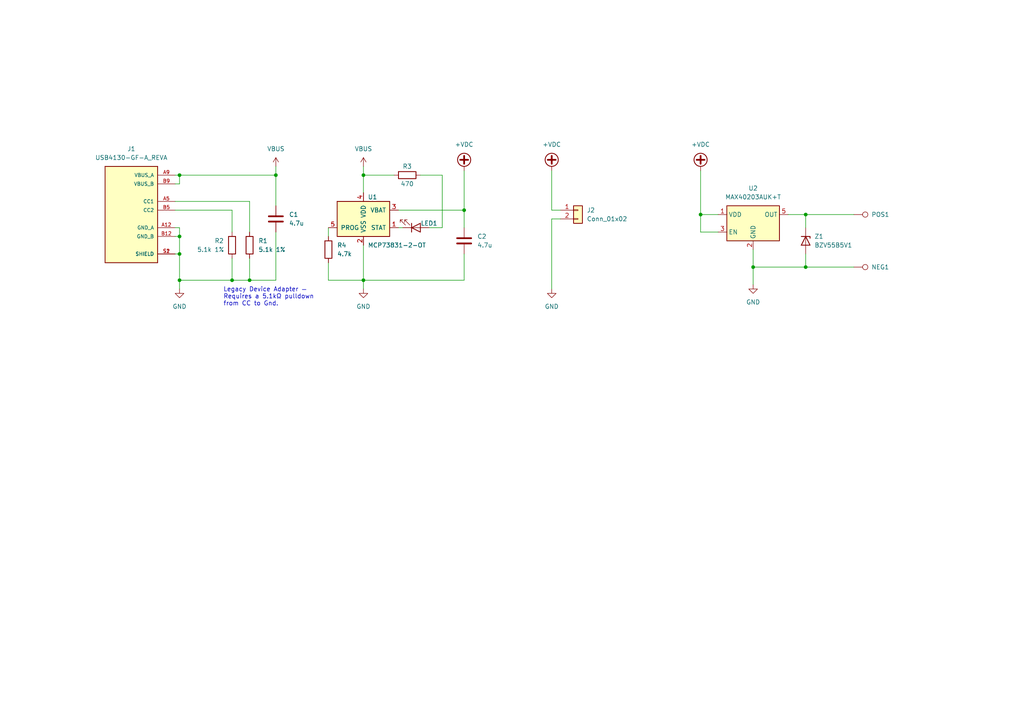
<source format=kicad_sch>
(kicad_sch (version 20211123) (generator eeschema)
  (paper "A4")
  (lib_symbols
    (symbol "Analog_Switch:MAX40200AUK"
      (property "Reference" "U" (at -6.35 6.35 0))
      (property "Value" "MAX40200AUK" (at 7.62 6.35 0))
      (symbol "MAX40200AUK_1_1"
        (rectangle (start -7.62 -5.08) (end 7.62 5.08) (stroke (width 0.254)) (fill (type background)))
        (pin power_in line (at -10.16 2.54 0) (length 2.54) (name "VDD") (number "1"))
        (pin power_in line (at 0 -7.62 90) (length 2.54) (name "GND") (number "2"))
        (pin input line (at -10.16 -2.54 0) (length 2.54) (name "EN") (number "3"))
        (pin no_connect line (at 7.62 -2.54 180) (length 2.54) hide (name "NC") (number "4"))
        (pin passive line (at 10.16 2.54 180) (length 2.54) (name "OUT") (number "5"))
      )
    )
    (symbol "Battery_Management:MCP73831-2-OT" (pin_names (offset 1.016))
      (property "Reference" "U" (at -7.62 6.35 0))
      (property "Value" "MCP73831-2-OT" (at 1.27 6.35 0))
      (symbol "MCP73831-2-OT_0_1"
        (rectangle (start -7.62 5.08) (end 7.62 -5.08) (stroke (width 0.254)) (fill (type background)))
      )
      (symbol "MCP73831-2-OT_1_1"
        (pin output line (at 10.16 -2.54 180) (length 2.54) (name "STAT") (number "1"))
        (pin power_in line (at 0 -7.62 90) (length 2.54) (name "VSS") (number "2"))
        (pin power_out line (at 10.16 2.54 180) (length 2.54) (name "VBAT") (number "3"))
        (pin power_in line (at 0 7.62 270) (length 2.54) (name "VDD") (number "4"))
        (pin input line (at -10.16 -2.54 0) (length 2.54) (name "PROG") (number "5"))
      )
    )
    (symbol "Connector:TestPoint" (pin_numbers hide) (pin_names (offset 0.762) hide)
      (property "Reference" "TP" (at 0 6.858 0))
      (property "Value" "TestPoint" (at 0 5.08 0))
      (symbol "TestPoint_0_1"
        (circle (center 0 3.302) (radius 0.762))
      )
      (symbol "TestPoint_1_1"
        (pin passive line (at 0 0 90) (length 2.54) (name "1") (number "1"))
      )
    )
    (symbol "Connector_Generic:Conn_01x02" (pin_names (offset 1.016) hide)
      (property "Reference" "J" (at 0 2.54 0))
      (property "Value" "Conn_01x02" (at 0 -5.08 0))
      (symbol "Conn_01x02_1_1"
        (rectangle (start -1.27 -2.413) (end 0 -2.667) (stroke (width 0.1524)))
        (rectangle (start -1.27 0.127) (end 0 -0.127) (stroke (width 0.1524)))
        (rectangle (start -1.27 1.27) (end 1.27 -3.81) (stroke (width 0.254)) (fill (type background)))
        (pin passive line (at -5.08 0 0) (length 3.81) (name "Pin_1") (number "1"))
        (pin passive line (at -5.08 -2.54 0) (length 3.81) (name "Pin_2") (number "2"))
      )
    )
    (symbol "Device:C" (pin_numbers hide) (pin_names (offset 0.254))
      (property "Reference" "C" (at 0.635 2.54 0))
      (property "Value" "C" (at 0.635 -2.54 0))
      (symbol "C_0_1"
        (polyline (pts (xy -2.032 -0.762) (xy 2.032 -0.762)) (stroke (width 0.508)))
        (polyline (pts (xy -2.032 0.762) (xy 2.032 0.762)) (stroke (width 0.508)))
      )
      (symbol "C_1_1"
        (pin passive line (at 0 3.81 270) (length 2.794) (name "~") (number "1"))
        (pin passive line (at 0 -3.81 90) (length 2.794) (name "~") (number "2"))
      )
    )
    (symbol "Device:LED" (pin_numbers hide) (pin_names (offset 1.016) hide)
      (property "Reference" "D" (at 0 2.54 0))
      (property "Value" "LED" (at 0 -2.54 0))
      (symbol "LED_0_1"
        (polyline (pts (xy -1.27 -1.27) (xy -1.27 1.27)) (stroke (width 0.254)))
        (polyline (pts (xy -1.27 0) (xy 1.27 0)))
        (polyline (pts (xy 1.27 -1.27) (xy 1.27 1.27) (xy -1.27 0) (xy 1.27 -1.27)) (stroke (width 0.254)))
        (polyline (pts (xy -3.048 -0.762) (xy -4.572 -2.286) (xy -3.81 -2.286) (xy -4.572 -2.286) (xy -4.572 -1.524)))
        (polyline (pts (xy -1.778 -0.762) (xy -3.302 -2.286) (xy -2.54 -2.286) (xy -3.302 -2.286) (xy -3.302 -1.524)))
      )
      (symbol "LED_1_1"
        (pin passive line (at -3.81 0 0) (length 2.54) (name "K") (number "1"))
        (pin passive line (at 3.81 0 180) (length 2.54) (name "A") (number "2"))
      )
    )
    (symbol "Device:R" (pin_numbers hide) (pin_names (offset 0))
      (property "Reference" "R" (at 2.032 0 90))
      (property "Value" "R" (at 0 0 90))
      (symbol "R_0_1"
        (rectangle (start -1.016 -2.54) (end 1.016 2.54) (stroke (width 0.254)))
      )
      (symbol "R_1_1"
        (pin passive line (at 0 3.81 270) (length 1.27) (name "~") (number "1"))
        (pin passive line (at 0 -3.81 90) (length 1.27) (name "~") (number "2"))
      )
    )
    (symbol "Diode:BZV55B5V1" (pin_numbers hide) (pin_names hide)
      (property "Reference" "D" (at 0 2.54 0))
      (property "Value" "BZV55B5V1" (at 0 -2.54 0))
      (symbol "BZV55B5V1_0_1"
        (polyline (pts (xy 1.27 0) (xy -1.27 0)))
        (polyline (pts (xy -1.27 -1.27) (xy -1.27 1.27) (xy -0.762 1.27)) (stroke (width 0.254)))
        (polyline (pts (xy 1.27 -1.27) (xy 1.27 1.27) (xy -1.27 0) (xy 1.27 -1.27)) (stroke (width 0.254)))
      )
      (symbol "BZV55B5V1_1_1"
        (pin passive line (at -3.81 0 0) (length 2.54) (name "K") (number "1"))
        (pin passive line (at 3.81 0 180) (length 2.54) (name "A") (number "2"))
      )
    )
    (symbol "GND_1" (power) (pin_numbers hide) (pin_names (offset 0) hide)
      (property "Value" "GND_1" (at 0 -3.81 0))
      (symbol "GND_1_0_1"
        (polyline (pts (xy 0 0) (xy 0 -1.27) (xy 1.27 -1.27) (xy 0 -2.54) (xy -1.27 -1.27) (xy 0 -1.27)))
      )
      (symbol "GND_1_1_1"
        (pin power_in line (at 0 0 270) (length 0) hide (name "GND") (number "1"))
      )
    )
    (symbol "GND_2" (power) (pin_numbers hide) (pin_names (offset 0) hide)
      (property "Value" "GND_2" (at 0 -3.81 0))
      (symbol "GND_2_0_1"
        (polyline (pts (xy 0 0) (xy 0 -1.27) (xy 1.27 -1.27) (xy 0 -2.54) (xy -1.27 -1.27) (xy 0 -1.27)))
      )
      (symbol "GND_2_1_1"
        (pin power_in line (at 0 0 270) (length 0) hide (name "GND") (number "1"))
      )
    )
    (symbol "GND_3" (power) (pin_numbers hide) (pin_names (offset 0) hide)
      (property "Value" "GND_3" (at 0 -3.81 0))
      (symbol "GND_3_0_1"
        (polyline (pts (xy 0 0) (xy 0 -1.27) (xy 1.27 -1.27) (xy 0 -2.54) (xy -1.27 -1.27) (xy 0 -1.27)))
      )
      (symbol "GND_3_1_1"
        (pin power_in line (at 0 0 270) (length 0) hide (name "GND") (number "1"))
      )
    )
    (symbol "HP Classic V3:USB4130-GF-A_REVA" (pin_names (offset 1.016))
      (property "Reference" "J1" (at 0 17.78 0))
      (property "Value" "USB4130-GF-A_REVA" (at 0 15.24 0))
      (symbol "USB4130-GF-A_REVA_0_0"
        (rectangle (start -7.62 -15.24) (end 7.62 12.7) (stroke (width 0.254)) (fill (type background)))
        (pin power_in line (at -12.7 -5.08 0) (length 5.08) (name "GND_A") (number "A12"))
        (pin passive line (at -12.7 2.54 0) (length 5.08) (name "CC1") (number "A5"))
        (pin power_in line (at -12.7 10.16 0) (length 5.08) (name "VBUS_A") (number "A9"))
        (pin power_in line (at -12.7 -7.62 0) (length 5.08) (name "GND_B") (number "B12"))
        (pin passive line (at -12.7 0 0) (length 5.08) (name "CC2") (number "B5"))
        (pin power_in line (at -12.7 7.62 0) (length 5.08) (name "VBUS_B") (number "B9"))
        (pin passive line (at -12.7 -12.7 0) (length 5.08) (name "SHIELD") (number "S1"))
        (pin passive line (at -12.7 -12.7 0) (length 5.08) (name "SHIELD") (number "S2"))
      )
    )
    (symbol "power:+VDC" (power) (pin_numbers hide) (pin_names (offset 0) hide)
      (property "Value" "+VDC" (at 0 6.35 0))
      (symbol "+VDC_0_1"
        (polyline (pts (xy -1.143 3.175) (xy 1.143 3.175)) (stroke (width 0.508)))
        (polyline (pts (xy 0 0) (xy 0 1.27)))
        (polyline (pts (xy 0 2.032) (xy 0 4.318)) (stroke (width 0.508)))
        (circle (center 0 3.175) (radius 1.905) (stroke (width 0.254)))
      )
      (symbol "+VDC_1_1"
        (pin power_in line (at 0 0 90) (length 0) hide (name "+VDC") (number "1"))
      )
    )
    (symbol "power:GND" (power) (pin_numbers hide) (pin_names (offset 0) hide)
      (property "Value" "GND" (at 0 -3.81 0))
      (symbol "GND_0_1"
        (polyline (pts (xy 0 0) (xy 0 -1.27) (xy 1.27 -1.27) (xy 0 -2.54) (xy -1.27 -1.27) (xy 0 -1.27)))
      )
      (symbol "GND_1_1"
        (pin power_in line (at 0 0 270) (length 0) hide (name "GND") (number "1"))
      )
    )
    (symbol "power:VBUS" (power) (pin_numbers hide) (pin_names (offset 0) hide)
      (property "Value" "VBUS" (at 0 3.81 0))
      (symbol "VBUS_0_1"
        (polyline (pts (xy -0.762 1.27) (xy 0 2.54)))
        (polyline (pts (xy 0 0) (xy 0 2.54)))
        (polyline (pts (xy 0 2.54) (xy 0.762 1.27)))
      )
      (symbol "VBUS_1_1"
        (pin power_in line (at 0 0 90) (length 0) hide (name "VBUS") (number "1"))
      )
    )
  )
  (junction (at 134.62 60.96))
  (junction (at 52.07 68.58))
  (junction (at 233.68 77.47))
  (junction (at 52.07 81.28))
  (junction (at 233.68 62.23))
  (junction (at 67.31 81.28))
  (junction (at 105.41 81.28))
  (junction (at 80.01 50.8))
  (junction (at 203.2 62.23))
  (junction (at 72.39 81.28))
  (junction (at 105.41 50.8))
  (junction (at 52.07 73.66))
  (junction (at 52.07 50.8))
  (junction (at 218.44 77.47))
  (wire (pts (xy 80.01 67.31) (xy 80.01 81.28)))
  (wire (pts (xy 80.01 48.26) (xy 80.01 50.8)))
  (wire (pts (xy 160.02 63.5) (xy 162.56 63.5)))
  (wire (pts (xy 72.39 58.42) (xy 72.39 67.31)))
  (wire (pts (xy 95.25 81.28) (xy 105.41 81.28)))
  (wire (pts (xy 72.39 74.93) (xy 72.39 81.28)))
  (wire (pts (xy 128.27 66.04) (xy 128.27 50.8)))
  (wire (pts (xy 52.07 83.82) (xy 52.07 81.28)))
  (wire (pts (xy 203.2 67.31) (xy 203.2 62.23)))
  (wire (pts (xy 233.68 73.66) (xy 233.68 77.47)))
  (wire (pts (xy 134.62 60.96) (xy 134.62 66.04)))
  (wire (pts (xy 80.01 81.28) (xy 72.39 81.28)))
  (wire (pts (xy 134.62 60.96) (xy 134.62 49.53)))
  (wire (pts (xy 67.31 67.31) (xy 67.31 60.96)))
  (wire (pts (xy 105.41 50.8) (xy 114.3 50.8)))
  (wire (pts (xy 50.8 66.04) (xy 52.07 66.04)))
  (wire (pts (xy 50.8 50.8) (xy 52.07 50.8)))
  (wire (pts (xy 218.44 77.47) (xy 218.44 82.55)))
  (wire (pts (xy 208.28 67.31) (xy 203.2 67.31)))
  (wire (pts (xy 228.6 62.23) (xy 233.68 62.23)))
  (wire (pts (xy 160.02 83.82) (xy 160.02 63.5)))
  (wire (pts (xy 50.8 68.58) (xy 52.07 68.58)))
  (wire (pts (xy 218.44 77.47) (xy 233.68 77.47)))
  (wire (pts (xy 208.28 62.23) (xy 203.2 62.23)))
  (wire (pts (xy 233.68 62.23) (xy 233.68 66.04)))
  (wire (pts (xy 105.41 48.26) (xy 105.41 50.8)))
  (wire (pts (xy 52.07 73.66) (xy 52.07 81.28)))
  (wire (pts (xy 218.44 72.39) (xy 218.44 77.47)))
  (wire (pts (xy 134.62 81.28) (xy 105.41 81.28)))
  (wire (pts (xy 52.07 50.8) (xy 80.01 50.8)))
  (wire (pts (xy 233.68 62.23) (xy 247.65 62.23)))
  (wire (pts (xy 160.02 60.96) (xy 160.02 49.53)))
  (wire (pts (xy 72.39 81.28) (xy 67.31 81.28)))
  (wire (pts (xy 105.41 50.8) (xy 105.41 55.88)))
  (wire (pts (xy 52.07 53.34) (xy 50.8 53.34)))
  (wire (pts (xy 50.8 58.42) (xy 72.39 58.42)))
  (wire (pts (xy 162.56 60.96) (xy 160.02 60.96)))
  (wire (pts (xy 52.07 50.8) (xy 52.07 53.34)))
  (wire (pts (xy 95.25 66.04) (xy 95.25 68.58)))
  (wire (pts (xy 203.2 49.53) (xy 203.2 62.23)))
  (wire (pts (xy 134.62 73.66) (xy 134.62 81.28)))
  (wire (pts (xy 95.25 76.2) (xy 95.25 81.28)))
  (wire (pts (xy 52.07 66.04) (xy 52.07 68.58)))
  (wire (pts (xy 105.41 81.28) (xy 105.41 83.82)))
  (wire (pts (xy 52.07 73.66) (xy 50.8 73.66)))
  (wire (pts (xy 67.31 74.93) (xy 67.31 81.28)))
  (wire (pts (xy 52.07 68.58) (xy 52.07 73.66)))
  (wire (pts (xy 121.92 50.8) (xy 128.27 50.8)))
  (wire (pts (xy 116.84 66.04) (xy 115.57 66.04)))
  (wire (pts (xy 80.01 50.8) (xy 80.01 59.69)))
  (wire (pts (xy 115.57 60.96) (xy 134.62 60.96)))
  (wire (pts (xy 105.41 71.12) (xy 105.41 81.28)))
  (wire (pts (xy 50.8 60.96) (xy 67.31 60.96)))
  (wire (pts (xy 233.68 77.47) (xy 247.65 77.47)))
  (wire (pts (xy 128.27 66.04) (xy 124.46 66.04)))
  (wire (pts (xy 52.07 81.28) (xy 67.31 81.28)))
  (text "Legacy Device Adapter —\nRequires a 5.1kΩ pulldown\nfrom CC to Gnd." (at 64.77 88.9 0) (effects (font (size 1.27 1.27)) (justify left bottom)))
  (symbol (lib_id "HP Classic V3:USB4130-GF-A_REVA") (at 38.1 60.96 0) (mirror y) (unit 1)
    (property "Reference" "J1" (at 38.1 43.18 0))
    (property "Value" "USB4130-GF-A_REVA" (at 38.1 45.72 0))
    (property "Footprint" "GCT_USB4130-GF-A_REVA" (effects hide))
    (property "MAXIMUM_PACKAGE_HEIGHT" "6.50 mm" (effects hide))
    (property "PARTREV" "A" (effects hide))
    (property "MANUFACTURER" "GCT" (effects hide))
    (property "STANDARD" "Manufacturer Recommendations" (effects hide))
  )
  (symbol (lib_id "Analog_Switch:MAX40200AUK") (at 218.44 64.77 0) (unit 1)
    (property "Reference" "U2" (at 218.44 54.61 0))
    (property "Value" "MAX40203AUK+T" (at 218.44 57.15 0))
    (property "Footprint" "Package_TO_SOT_SMD:SOT-23-5" (effects hide))
    (property "Datasheet" "https://datasheets.maximintegrated.com/en/ds/MAX40200.pdf" (effects hide))
  )
  (symbol (lib_name "GND_1") (lib_id "power:GND") (at 218.44 82.55 0) (unit 1)
    (property "Reference" "#PWR06" (effects hide))
    (property "Value" "GND" (at 218.44 87.63 0))
  )
  (symbol (lib_id "power:+VDC") (at 134.62 49.53 0) (unit 1)
    (property "Reference" "#PWR03" (effects hide))
    (property "Value" "+VDC" (at 134.62 41.91 0))
  )
  (symbol (lib_id "Device:LED") (at 120.65 66.04 0) (mirror x) (unit 1)
    (property "Reference" "LED1" (at 124.46 64.77 0))
    (property "Value" "LED" (effects hide))
    (property "Footprint" "LED_SMD:LED_0805_2012Metric_Pad1.15x1.40mm_HandSolder" (effects hide))
  )
  (symbol (lib_id "power:+VDC") (at 160.02 49.53 0) (unit 1)
    (property "Reference" "#PWR04" (effects hide))
    (property "Value" "+VDC" (at 160.02 41.91 0))
  )
  (symbol (lib_id "power:VBUS") (at 80.01 48.26 0) (unit 1)
    (property "Reference" "#PWR01" (effects hide))
    (property "Value" "VBUS" (at 80.01 43.18 0))
  )
  (symbol (lib_id "Device:R") (at 67.31 71.12 0) (unit 1)
    (property "Reference" "R2" (at 62.23 69.85 0) (effects (justify left)))
    (property "Value" "5.1k 1%" (at 57.15 72.39 0) (effects (justify left)))
    (property "Footprint" "Resistor_SMD:R_0805_2012Metric_Pad1.20x1.40mm_HandSolder" (effects hide))
  )
  (symbol (lib_id "Device:R") (at 72.39 71.12 0) (unit 1)
    (property "Reference" "R1" (at 74.93 69.8499 0) (effects (justify left)))
    (property "Value" "5.1k 1%" (at 74.93 72.3899 0) (effects (justify left)))
    (property "Footprint" "Resistor_SMD:R_0805_2012Metric_Pad1.20x1.40mm_HandSolder" (effects hide))
  )
  (symbol (lib_id "Connector:TestPoint") (at 247.65 77.47 270) (unit 1)
    (property "Reference" "NEG1" (at 252.73 77.4699 90) (effects (justify left)))
    (property "Value" "TestPoint" (effects hide))
    (property "Footprint" "HP Classic V3:HP Classic PAD" (effects hide))
  )
  (symbol (lib_id "Device:R") (at 95.25 72.39 0) (unit 1)
    (property "Reference" "R4" (at 97.79 71.1199 0) (effects (justify left)))
    (property "Value" "4.7k" (at 97.79 73.6599 0) (effects (justify left)))
    (property "Footprint" "Resistor_SMD:R_0805_2012Metric_Pad1.20x1.40mm_HandSolder" (effects hide))
  )
  (symbol (lib_id "Device:R") (at 118.11 50.8 90) (unit 1)
    (property "Reference" "R3" (at 118.11 48.26 90))
    (property "Value" "470" (at 118.11 53.34 90))
    (property "Footprint" "Resistor_SMD:R_0805_2012Metric_Pad1.20x1.40mm_HandSolder" (effects hide))
  )
  (symbol (lib_id "power:GND") (at 52.07 83.82 0) (unit 1)
    (property "Reference" "#PWR07" (effects hide))
    (property "Value" "GND" (at 52.07 88.9 0))
  )
  (symbol (lib_id "Connector_Generic:Conn_01x02") (at 167.64 60.96 0) (unit 1)
    (property "Reference" "J2" (at 170.18 60.9599 0) (effects (justify left)))
    (property "Value" "Conn_01x02" (at 170.18 63.4999 0) (effects (justify left)))
    (property "Footprint" "Connector_JST:JST_PH_S2B-PH-K_1x02_P2.00mm_Horizontal" (effects hide))
  )
  (symbol (lib_id "Connector:TestPoint") (at 247.65 62.23 270) (unit 1)
    (property "Reference" "POS1" (at 252.73 62.2299 90) (effects (justify left)))
    (property "Value" "TestPoint" (effects hide))
    (property "Footprint" "HP Classic V3:HP Classic PAD" (effects hide))
  )
  (symbol (lib_id "Battery_Management:MCP73831-2-OT") (at 105.41 63.5 0) (unit 1)
    (property "Reference" "U1" (at 106.68 57.15 0) (effects (justify left)))
    (property "Value" "MCP73831-2-OT" (at 106.68 71.12 0) (effects (justify left)))
    (property "Footprint" "Package_TO_SOT_SMD:SOT-23-5" (effects hide))
    (property "Datasheet" "http://ww1.microchip.com/downloads/en/DeviceDoc/20001984g.pdf" (effects hide))
  )
  (symbol (lib_id "Diode:BZV55B5V1") (at 233.68 69.85 270) (unit 1)
    (property "Reference" "Z1" (at 236.22 68.5799 90) (effects (justify left)))
    (property "Value" "BZV55B5V1" (at 236.22 71.1199 90) (effects (justify left)))
    (property "Footprint" "Diode_SMD:D_MiniMELF" (effects hide))
    (property "Datasheet" "https://assets.nexperia.com/documents/data-sheet/BZV55_SER.pdf" (effects hide))
  )
  (symbol (lib_id "power:+VDC") (at 203.2 49.53 0) (unit 1)
    (property "Reference" "#PWR05" (effects hide))
    (property "Value" "+VDC" (at 203.2 41.91 0))
  )
  (symbol (lib_name "GND_2") (lib_id "power:GND") (at 160.02 83.82 0) (unit 1)
    (property "Reference" "#PWR09" (effects hide))
    (property "Value" "GND" (at 160.02 88.9 0))
  )
  (symbol (lib_name "GND_3") (lib_id "power:GND") (at 105.41 83.82 0) (unit 1)
    (property "Reference" "#PWR08" (effects hide))
    (property "Value" "GND" (at 105.41 88.9 0))
  )
  (symbol (lib_id "Device:C") (at 134.62 69.85 0) (unit 1)
    (property "Reference" "C2" (at 138.43 68.5799 0) (effects (justify left)))
    (property "Value" "4.7u" (at 138.43 71.1199 0) (effects (justify left)))
    (property "Footprint" "Capacitor_SMD:C_0805_2012Metric_Pad1.18x1.45mm_HandSolder" (effects hide))
  )
  (symbol (lib_id "Device:C") (at 80.01 63.5 0) (unit 1)
    (property "Reference" "C1" (at 83.82 62.2299 0) (effects (justify left)))
    (property "Value" "4.7u" (at 83.82 64.7699 0) (effects (justify left)))
    (property "Footprint" "Capacitor_SMD:C_0805_2012Metric_Pad1.18x1.45mm_HandSolder" (effects hide))
  )
  (symbol (lib_id "power:VBUS") (at 105.41 48.26 0) (unit 1)
    (property "Reference" "#PWR02" (effects hide))
    (property "Value" "VBUS" (at 105.41 43.18 0))
  )
)
</source>
